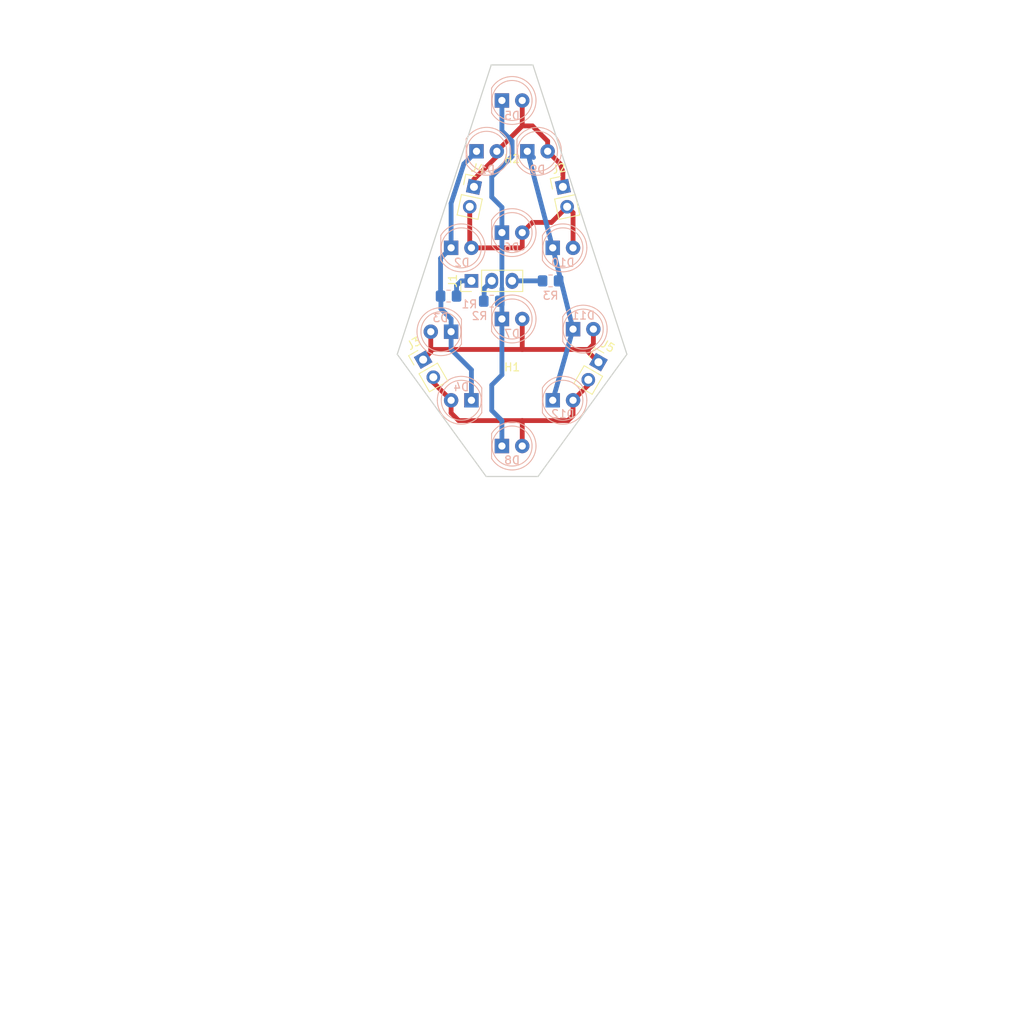
<source format=kicad_pcb>
(kicad_pcb (version 20171130) (host pcbnew "(5.1.8)-1")

  (general
    (thickness 1.6)
    (drawings 13)
    (tracks 83)
    (zones 0)
    (modules 22)
    (nets 11)
  )

  (page A4 portrait)
  (layers
    (0 F.Cu signal)
    (31 B.Cu signal)
    (32 B.Adhes user)
    (33 F.Adhes user)
    (34 B.Paste user)
    (35 F.Paste user)
    (36 B.SilkS user)
    (37 F.SilkS user)
    (38 B.Mask user)
    (39 F.Mask user)
    (40 Dwgs.User user)
    (41 Cmts.User user)
    (42 Eco1.User user)
    (43 Eco2.User user)
    (44 Edge.Cuts user)
    (45 Margin user)
    (46 B.CrtYd user)
    (47 F.CrtYd user)
    (48 B.Fab user)
    (49 F.Fab user)
  )

  (setup
    (last_trace_width 0.6)
    (user_trace_width 0.5)
    (user_trace_width 0.6)
    (trace_clearance 0.2)
    (zone_clearance 0.508)
    (zone_45_only no)
    (trace_min 0.2)
    (via_size 0.8)
    (via_drill 0.4)
    (via_min_size 0.4)
    (via_min_drill 0.3)
    (uvia_size 0.3)
    (uvia_drill 0.1)
    (uvias_allowed no)
    (uvia_min_size 0.2)
    (uvia_min_drill 0.1)
    (edge_width 0.05)
    (segment_width 0.2)
    (pcb_text_width 0.3)
    (pcb_text_size 1.5 1.5)
    (mod_edge_width 0.12)
    (mod_text_size 1 1)
    (mod_text_width 0.15)
    (pad_size 2 1.6)
    (pad_drill 1)
    (pad_to_mask_clearance 0)
    (aux_axis_origin 0 0)
    (visible_elements 7FFFFFFF)
    (pcbplotparams
      (layerselection 0x010fc_ffffffff)
      (usegerberextensions false)
      (usegerberattributes true)
      (usegerberadvancedattributes true)
      (creategerberjobfile true)
      (excludeedgelayer true)
      (linewidth 0.100000)
      (plotframeref false)
      (viasonmask false)
      (mode 1)
      (useauxorigin false)
      (hpglpennumber 1)
      (hpglpenspeed 20)
      (hpglpendiameter 15.000000)
      (psnegative false)
      (psa4output false)
      (plotreference true)
      (plotvalue true)
      (plotinvisibletext false)
      (padsonsilk false)
      (subtractmaskfromsilk false)
      (outputformat 1)
      (mirror false)
      (drillshape 1)
      (scaleselection 1)
      (outputdirectory ""))
  )

  (net 0 "")
  (net 1 "Net-(D1-Pad1)")
  (net 2 "Net-(D1-Pad2)")
  (net 3 "Net-(D5-Pad1)")
  (net 4 "Net-(D10-Pad2)")
  (net 5 "Net-(D10-Pad1)")
  (net 6 "Net-(D11-Pad2)")
  (net 7 "Net-(D12-Pad2)")
  (net 8 "Net-(J1-Pad3)")
  (net 9 "Net-(J1-Pad2)")
  (net 10 "Net-(J1-Pad1)")

  (net_class Default "This is the default net class."
    (clearance 0.2)
    (trace_width 0.25)
    (via_dia 0.8)
    (via_drill 0.4)
    (uvia_dia 0.3)
    (uvia_drill 0.1)
    (add_net "Net-(D1-Pad1)")
    (add_net "Net-(D1-Pad2)")
    (add_net "Net-(D10-Pad1)")
    (add_net "Net-(D10-Pad2)")
    (add_net "Net-(D11-Pad2)")
    (add_net "Net-(D12-Pad2)")
    (add_net "Net-(D5-Pad1)")
    (add_net "Net-(J1-Pad1)")
    (add_net "Net-(J1-Pad2)")
    (add_net "Net-(J1-Pad3)")
  )

  (module Connector_PinHeader_2.54mm:PinHeader_1x02_P2.54mm_Vertical (layer F.Cu) (tedit 59FED5CC) (tstamp 5FE0F120)
    (at 112.395 82.8675 330)
    (descr "Through hole straight pin header, 1x02, 2.54mm pitch, single row")
    (tags "Through hole pin header THT 1x02 2.54mm single row")
    (path /5FE24B81)
    (fp_text reference J5 (at 0 -2.33 150) (layer F.SilkS)
      (effects (font (size 1 1) (thickness 0.15)))
    )
    (fp_text value Conn_01x02_Male (at 0 4.87 150) (layer F.Fab)
      (effects (font (size 1 1) (thickness 0.15)))
    )
    (fp_text user %R (at 0 1.27 60) (layer F.Fab)
      (effects (font (size 1 1) (thickness 0.15)))
    )
    (fp_line (start -0.635 -1.27) (end 1.27 -1.27) (layer F.Fab) (width 0.1))
    (fp_line (start 1.27 -1.27) (end 1.27 3.81) (layer F.Fab) (width 0.1))
    (fp_line (start 1.27 3.81) (end -1.27 3.81) (layer F.Fab) (width 0.1))
    (fp_line (start -1.27 3.81) (end -1.27 -0.635) (layer F.Fab) (width 0.1))
    (fp_line (start -1.27 -0.635) (end -0.635 -1.27) (layer F.Fab) (width 0.1))
    (fp_line (start -1.33 3.87) (end 1.33 3.87) (layer F.SilkS) (width 0.12))
    (fp_line (start -1.33 1.27) (end -1.33 3.87) (layer F.SilkS) (width 0.12))
    (fp_line (start 1.33 1.27) (end 1.33 3.87) (layer F.SilkS) (width 0.12))
    (fp_line (start -1.33 1.27) (end 1.33 1.27) (layer F.SilkS) (width 0.12))
    (fp_line (start -1.33 0) (end -1.33 -1.33) (layer F.SilkS) (width 0.12))
    (fp_line (start -1.33 -1.33) (end 0 -1.33) (layer F.SilkS) (width 0.12))
    (fp_line (start -1.8 -1.8) (end -1.8 4.35) (layer F.CrtYd) (width 0.05))
    (fp_line (start -1.8 4.35) (end 1.8 4.35) (layer F.CrtYd) (width 0.05))
    (fp_line (start 1.8 4.35) (end 1.8 -1.8) (layer F.CrtYd) (width 0.05))
    (fp_line (start 1.8 -1.8) (end -1.8 -1.8) (layer F.CrtYd) (width 0.05))
    (pad 2 thru_hole oval (at 0 2.54 330) (size 1.7 1.7) (drill 1) (layers *.Cu *.Mask)
      (net 7 "Net-(D12-Pad2)"))
    (pad 1 thru_hole rect (at 0 0 330) (size 1.7 1.7) (drill 1) (layers *.Cu *.Mask)
      (net 6 "Net-(D11-Pad2)"))
    (model ${KISYS3DMOD}/Connector_PinHeader_2.54mm.3dshapes/PinHeader_1x02_P2.54mm_Vertical.wrl
      (at (xyz 0 0 0))
      (scale (xyz 1 1 1))
      (rotate (xyz 0 0 0))
    )
  )

  (module Connector_PinHeader_2.54mm:PinHeader_1x02_P2.54mm_Vertical (layer F.Cu) (tedit 59FED5CC) (tstamp 5FE0F10A)
    (at 96.8375 60.96 348)
    (descr "Through hole straight pin header, 1x02, 2.54mm pitch, single row")
    (tags "Through hole pin header THT 1x02 2.54mm single row")
    (path /5FE24224)
    (fp_text reference J4 (at 0 -2.33 168) (layer F.SilkS)
      (effects (font (size 1 1) (thickness 0.15)))
    )
    (fp_text value Conn_01x02_Male (at 0 4.87 168) (layer F.Fab)
      (effects (font (size 1 1) (thickness 0.15)))
    )
    (fp_text user %R (at 0 1.27 78) (layer F.Fab)
      (effects (font (size 1 1) (thickness 0.15)))
    )
    (fp_line (start -0.635 -1.27) (end 1.27 -1.27) (layer F.Fab) (width 0.1))
    (fp_line (start 1.27 -1.27) (end 1.27 3.81) (layer F.Fab) (width 0.1))
    (fp_line (start 1.27 3.81) (end -1.27 3.81) (layer F.Fab) (width 0.1))
    (fp_line (start -1.27 3.81) (end -1.27 -0.635) (layer F.Fab) (width 0.1))
    (fp_line (start -1.27 -0.635) (end -0.635 -1.27) (layer F.Fab) (width 0.1))
    (fp_line (start -1.33 3.87) (end 1.33 3.87) (layer F.SilkS) (width 0.12))
    (fp_line (start -1.33 1.27) (end -1.33 3.87) (layer F.SilkS) (width 0.12))
    (fp_line (start 1.33 1.27) (end 1.33 3.87) (layer F.SilkS) (width 0.12))
    (fp_line (start -1.33 1.27) (end 1.33 1.27) (layer F.SilkS) (width 0.12))
    (fp_line (start -1.33 0) (end -1.33 -1.33) (layer F.SilkS) (width 0.12))
    (fp_line (start -1.33 -1.33) (end 0 -1.33) (layer F.SilkS) (width 0.12))
    (fp_line (start -1.8 -1.8) (end -1.8 4.35) (layer F.CrtYd) (width 0.05))
    (fp_line (start -1.8 4.35) (end 1.8 4.35) (layer F.CrtYd) (width 0.05))
    (fp_line (start 1.8 4.35) (end 1.8 -1.8) (layer F.CrtYd) (width 0.05))
    (fp_line (start 1.8 -1.8) (end -1.8 -1.8) (layer F.CrtYd) (width 0.05))
    (pad 2 thru_hole oval (at 0 2.54 348) (size 1.7 1.7) (drill 1) (layers *.Cu *.Mask)
      (net 4 "Net-(D10-Pad2)"))
    (pad 1 thru_hole rect (at 0 0 348) (size 1.7 1.7) (drill 1) (layers *.Cu *.Mask)
      (net 2 "Net-(D1-Pad2)"))
    (model ${KISYS3DMOD}/Connector_PinHeader_2.54mm.3dshapes/PinHeader_1x02_P2.54mm_Vertical.wrl
      (at (xyz 0 0 0))
      (scale (xyz 1 1 1))
      (rotate (xyz 0 0 0))
    )
  )

  (module Connector_PinHeader_2.54mm:PinHeader_1x02_P2.54mm_Vertical (layer F.Cu) (tedit 59FED5CC) (tstamp 5FE0F0F4)
    (at 90.4875 82.55 30)
    (descr "Through hole straight pin header, 1x02, 2.54mm pitch, single row")
    (tags "Through hole pin header THT 1x02 2.54mm single row")
    (path /5FE2470A)
    (fp_text reference J3 (at 0 -2.33 30) (layer F.SilkS)
      (effects (font (size 1 1) (thickness 0.15)))
    )
    (fp_text value Conn_01x02_Male (at 0 4.87 30) (layer F.Fab)
      (effects (font (size 1 1) (thickness 0.15)))
    )
    (fp_text user %R (at 0 1.27 120) (layer F.Fab)
      (effects (font (size 1 1) (thickness 0.15)))
    )
    (fp_line (start -0.635 -1.27) (end 1.27 -1.27) (layer F.Fab) (width 0.1))
    (fp_line (start 1.27 -1.27) (end 1.27 3.81) (layer F.Fab) (width 0.1))
    (fp_line (start 1.27 3.81) (end -1.27 3.81) (layer F.Fab) (width 0.1))
    (fp_line (start -1.27 3.81) (end -1.27 -0.635) (layer F.Fab) (width 0.1))
    (fp_line (start -1.27 -0.635) (end -0.635 -1.27) (layer F.Fab) (width 0.1))
    (fp_line (start -1.33 3.87) (end 1.33 3.87) (layer F.SilkS) (width 0.12))
    (fp_line (start -1.33 1.27) (end -1.33 3.87) (layer F.SilkS) (width 0.12))
    (fp_line (start 1.33 1.27) (end 1.33 3.87) (layer F.SilkS) (width 0.12))
    (fp_line (start -1.33 1.27) (end 1.33 1.27) (layer F.SilkS) (width 0.12))
    (fp_line (start -1.33 0) (end -1.33 -1.33) (layer F.SilkS) (width 0.12))
    (fp_line (start -1.33 -1.33) (end 0 -1.33) (layer F.SilkS) (width 0.12))
    (fp_line (start -1.8 -1.8) (end -1.8 4.35) (layer F.CrtYd) (width 0.05))
    (fp_line (start -1.8 4.35) (end 1.8 4.35) (layer F.CrtYd) (width 0.05))
    (fp_line (start 1.8 4.35) (end 1.8 -1.8) (layer F.CrtYd) (width 0.05))
    (fp_line (start 1.8 -1.8) (end -1.8 -1.8) (layer F.CrtYd) (width 0.05))
    (pad 2 thru_hole oval (at 0 2.54 30) (size 1.7 1.7) (drill 1) (layers *.Cu *.Mask)
      (net 7 "Net-(D12-Pad2)"))
    (pad 1 thru_hole rect (at 0 0 30) (size 1.7 1.7) (drill 1) (layers *.Cu *.Mask)
      (net 6 "Net-(D11-Pad2)"))
    (model ${KISYS3DMOD}/Connector_PinHeader_2.54mm.3dshapes/PinHeader_1x02_P2.54mm_Vertical.wrl
      (at (xyz 0 0 0))
      (scale (xyz 1 1 1))
      (rotate (xyz 0 0 0))
    )
  )

  (module Connector_PinHeader_2.54mm:PinHeader_1x02_P2.54mm_Vertical (layer F.Cu) (tedit 59FED5CC) (tstamp 5FE0F0DE)
    (at 107.95 60.96 12)
    (descr "Through hole straight pin header, 1x02, 2.54mm pitch, single row")
    (tags "Through hole pin header THT 1x02 2.54mm single row")
    (path /5FE238EC)
    (fp_text reference J2 (at 0 -2.33 12) (layer F.SilkS)
      (effects (font (size 1 1) (thickness 0.15)))
    )
    (fp_text value Conn_01x02_Male (at 0 4.87 12) (layer F.Fab)
      (effects (font (size 1 1) (thickness 0.15)))
    )
    (fp_text user %R (at 0 1.27 102) (layer F.Fab)
      (effects (font (size 1 1) (thickness 0.15)))
    )
    (fp_line (start -0.635 -1.27) (end 1.27 -1.27) (layer F.Fab) (width 0.1))
    (fp_line (start 1.27 -1.27) (end 1.27 3.81) (layer F.Fab) (width 0.1))
    (fp_line (start 1.27 3.81) (end -1.27 3.81) (layer F.Fab) (width 0.1))
    (fp_line (start -1.27 3.81) (end -1.27 -0.635) (layer F.Fab) (width 0.1))
    (fp_line (start -1.27 -0.635) (end -0.635 -1.27) (layer F.Fab) (width 0.1))
    (fp_line (start -1.33 3.87) (end 1.33 3.87) (layer F.SilkS) (width 0.12))
    (fp_line (start -1.33 1.27) (end -1.33 3.87) (layer F.SilkS) (width 0.12))
    (fp_line (start 1.33 1.27) (end 1.33 3.87) (layer F.SilkS) (width 0.12))
    (fp_line (start -1.33 1.27) (end 1.33 1.27) (layer F.SilkS) (width 0.12))
    (fp_line (start -1.33 0) (end -1.33 -1.33) (layer F.SilkS) (width 0.12))
    (fp_line (start -1.33 -1.33) (end 0 -1.33) (layer F.SilkS) (width 0.12))
    (fp_line (start -1.8 -1.8) (end -1.8 4.35) (layer F.CrtYd) (width 0.05))
    (fp_line (start -1.8 4.35) (end 1.8 4.35) (layer F.CrtYd) (width 0.05))
    (fp_line (start 1.8 4.35) (end 1.8 -1.8) (layer F.CrtYd) (width 0.05))
    (fp_line (start 1.8 -1.8) (end -1.8 -1.8) (layer F.CrtYd) (width 0.05))
    (pad 2 thru_hole oval (at 0 2.54 12) (size 1.7 1.7) (drill 1) (layers *.Cu *.Mask)
      (net 4 "Net-(D10-Pad2)"))
    (pad 1 thru_hole rect (at 0 0 12) (size 1.7 1.7) (drill 1) (layers *.Cu *.Mask)
      (net 2 "Net-(D1-Pad2)"))
    (model ${KISYS3DMOD}/Connector_PinHeader_2.54mm.3dshapes/PinHeader_1x02_P2.54mm_Vertical.wrl
      (at (xyz 0 0 0))
      (scale (xyz 1 1 1))
      (rotate (xyz 0 0 0))
    )
  )

  (module Resistor_SMD:R_0805_2012Metric_Pad1.20x1.40mm_HandSolder (layer B.Cu) (tedit 5F68FEEE) (tstamp 5FE0EB3E)
    (at 106.41 72.7075 180)
    (descr "Resistor SMD 0805 (2012 Metric), square (rectangular) end terminal, IPC_7351 nominal with elongated pad for handsoldering. (Body size source: IPC-SM-782 page 72, https://www.pcb-3d.com/wordpress/wp-content/uploads/ipc-sm-782a_amendment_1_and_2.pdf), generated with kicad-footprint-generator")
    (tags "resistor handsolder")
    (path /5FE1D08B)
    (attr smd)
    (fp_text reference R3 (at 0 -1.8415) (layer B.SilkS)
      (effects (font (size 1 1) (thickness 0.15)) (justify mirror))
    )
    (fp_text value 510 (at 0 -1.65) (layer B.Fab)
      (effects (font (size 1 1) (thickness 0.15)) (justify mirror))
    )
    (fp_line (start 1.85 -0.95) (end -1.85 -0.95) (layer B.CrtYd) (width 0.05))
    (fp_line (start 1.85 0.95) (end 1.85 -0.95) (layer B.CrtYd) (width 0.05))
    (fp_line (start -1.85 0.95) (end 1.85 0.95) (layer B.CrtYd) (width 0.05))
    (fp_line (start -1.85 -0.95) (end -1.85 0.95) (layer B.CrtYd) (width 0.05))
    (fp_line (start -0.227064 -0.735) (end 0.227064 -0.735) (layer B.SilkS) (width 0.12))
    (fp_line (start -0.227064 0.735) (end 0.227064 0.735) (layer B.SilkS) (width 0.12))
    (fp_line (start 1 -0.625) (end -1 -0.625) (layer B.Fab) (width 0.1))
    (fp_line (start 1 0.625) (end 1 -0.625) (layer B.Fab) (width 0.1))
    (fp_line (start -1 0.625) (end 1 0.625) (layer B.Fab) (width 0.1))
    (fp_line (start -1 -0.625) (end -1 0.625) (layer B.Fab) (width 0.1))
    (fp_text user %R (at 0 0) (layer B.Fab)
      (effects (font (size 0.5 0.5) (thickness 0.08)) (justify mirror))
    )
    (pad 2 smd roundrect (at 1 0 180) (size 1.2 1.4) (layers B.Cu B.Paste B.Mask) (roundrect_rratio 0.208333)
      (net 8 "Net-(J1-Pad3)"))
    (pad 1 smd roundrect (at -1 0 180) (size 1.2 1.4) (layers B.Cu B.Paste B.Mask) (roundrect_rratio 0.208333)
      (net 5 "Net-(D10-Pad1)"))
    (model ${KISYS3DMOD}/Resistor_SMD.3dshapes/R_0805_2012Metric.wrl
      (at (xyz 0 0 0))
      (scale (xyz 1 1 1))
      (rotate (xyz 0 0 0))
    )
  )

  (module Resistor_SMD:R_0805_2012Metric_Pad1.20x1.40mm_HandSolder (layer B.Cu) (tedit 5F68FEEE) (tstamp 5FE0EB2D)
    (at 99.06 75.2475 180)
    (descr "Resistor SMD 0805 (2012 Metric), square (rectangular) end terminal, IPC_7351 nominal with elongated pad for handsoldering. (Body size source: IPC-SM-782 page 72, https://www.pcb-3d.com/wordpress/wp-content/uploads/ipc-sm-782a_amendment_1_and_2.pdf), generated with kicad-footprint-generator")
    (tags "resistor handsolder")
    (path /5FE1DE75)
    (attr smd)
    (fp_text reference R2 (at 1.524 -1.8415) (layer B.SilkS)
      (effects (font (size 1 1) (thickness 0.15)) (justify mirror))
    )
    (fp_text value 510 (at 0 -1.65) (layer B.Fab)
      (effects (font (size 1 1) (thickness 0.15)) (justify mirror))
    )
    (fp_line (start 1.85 -0.95) (end -1.85 -0.95) (layer B.CrtYd) (width 0.05))
    (fp_line (start 1.85 0.95) (end 1.85 -0.95) (layer B.CrtYd) (width 0.05))
    (fp_line (start -1.85 0.95) (end 1.85 0.95) (layer B.CrtYd) (width 0.05))
    (fp_line (start -1.85 -0.95) (end -1.85 0.95) (layer B.CrtYd) (width 0.05))
    (fp_line (start -0.227064 -0.735) (end 0.227064 -0.735) (layer B.SilkS) (width 0.12))
    (fp_line (start -0.227064 0.735) (end 0.227064 0.735) (layer B.SilkS) (width 0.12))
    (fp_line (start 1 -0.625) (end -1 -0.625) (layer B.Fab) (width 0.1))
    (fp_line (start 1 0.625) (end 1 -0.625) (layer B.Fab) (width 0.1))
    (fp_line (start -1 0.625) (end 1 0.625) (layer B.Fab) (width 0.1))
    (fp_line (start -1 -0.625) (end -1 0.625) (layer B.Fab) (width 0.1))
    (fp_text user %R (at 0 0) (layer B.Fab)
      (effects (font (size 0.5 0.5) (thickness 0.08)) (justify mirror))
    )
    (pad 2 smd roundrect (at 1 0 180) (size 1.2 1.4) (layers B.Cu B.Paste B.Mask) (roundrect_rratio 0.208333)
      (net 9 "Net-(J1-Pad2)"))
    (pad 1 smd roundrect (at -1 0 180) (size 1.2 1.4) (layers B.Cu B.Paste B.Mask) (roundrect_rratio 0.208333)
      (net 3 "Net-(D5-Pad1)"))
    (model ${KISYS3DMOD}/Resistor_SMD.3dshapes/R_0805_2012Metric.wrl
      (at (xyz 0 0 0))
      (scale (xyz 1 1 1))
      (rotate (xyz 0 0 0))
    )
  )

  (module Resistor_SMD:R_0805_2012Metric_Pad1.20x1.40mm_HandSolder (layer B.Cu) (tedit 5F68FEEE) (tstamp 5FE0EB1C)
    (at 93.6625 74.6125)
    (descr "Resistor SMD 0805 (2012 Metric), square (rectangular) end terminal, IPC_7351 nominal with elongated pad for handsoldering. (Body size source: IPC-SM-782 page 72, https://www.pcb-3d.com/wordpress/wp-content/uploads/ipc-sm-782a_amendment_1_and_2.pdf), generated with kicad-footprint-generator")
    (tags "resistor handsolder")
    (path /5FE1D8DA)
    (attr smd)
    (fp_text reference R1 (at 2.6035 1.016) (layer B.SilkS)
      (effects (font (size 1 1) (thickness 0.15)) (justify mirror))
    )
    (fp_text value 510 (at 0 -1.65) (layer B.Fab)
      (effects (font (size 1 1) (thickness 0.15)) (justify mirror))
    )
    (fp_line (start 1.85 -0.95) (end -1.85 -0.95) (layer B.CrtYd) (width 0.05))
    (fp_line (start 1.85 0.95) (end 1.85 -0.95) (layer B.CrtYd) (width 0.05))
    (fp_line (start -1.85 0.95) (end 1.85 0.95) (layer B.CrtYd) (width 0.05))
    (fp_line (start -1.85 -0.95) (end -1.85 0.95) (layer B.CrtYd) (width 0.05))
    (fp_line (start -0.227064 -0.735) (end 0.227064 -0.735) (layer B.SilkS) (width 0.12))
    (fp_line (start -0.227064 0.735) (end 0.227064 0.735) (layer B.SilkS) (width 0.12))
    (fp_line (start 1 -0.625) (end -1 -0.625) (layer B.Fab) (width 0.1))
    (fp_line (start 1 0.625) (end 1 -0.625) (layer B.Fab) (width 0.1))
    (fp_line (start -1 0.625) (end 1 0.625) (layer B.Fab) (width 0.1))
    (fp_line (start -1 -0.625) (end -1 0.625) (layer B.Fab) (width 0.1))
    (fp_text user %R (at 0 0) (layer B.Fab)
      (effects (font (size 0.5 0.5) (thickness 0.08)) (justify mirror))
    )
    (pad 2 smd roundrect (at 1 0) (size 1.2 1.4) (layers B.Cu B.Paste B.Mask) (roundrect_rratio 0.208333)
      (net 10 "Net-(J1-Pad1)"))
    (pad 1 smd roundrect (at -1 0) (size 1.2 1.4) (layers B.Cu B.Paste B.Mask) (roundrect_rratio 0.208333)
      (net 1 "Net-(D1-Pad1)"))
    (model ${KISYS3DMOD}/Resistor_SMD.3dshapes/R_0805_2012Metric.wrl
      (at (xyz 0 0 0))
      (scale (xyz 1 1 1))
      (rotate (xyz 0 0 0))
    )
  )

  (module Connector_PinHeader_2.54mm:PinHeader_1x03_P2.54mm_Vertical (layer F.Cu) (tedit 5FE0EA56) (tstamp 5FE0EAF3)
    (at 96.52 72.7075 90)
    (descr "Through hole straight pin header, 1x03, 2.54mm pitch, single row")
    (tags "Through hole pin header THT 1x03 2.54mm single row")
    (path /5FE100F1)
    (fp_text reference J1 (at 0 -2.33 90) (layer F.SilkS)
      (effects (font (size 1 1) (thickness 0.15)))
    )
    (fp_text value Conn_01x03_Male (at 0 7.41 90) (layer F.Fab)
      (effects (font (size 1 1) (thickness 0.15)))
    )
    (fp_line (start 1.8 -1.8) (end -1.8 -1.8) (layer F.CrtYd) (width 0.05))
    (fp_line (start 1.8 6.85) (end 1.8 -1.8) (layer F.CrtYd) (width 0.05))
    (fp_line (start -1.8 6.85) (end 1.8 6.85) (layer F.CrtYd) (width 0.05))
    (fp_line (start -1.8 -1.8) (end -1.8 6.85) (layer F.CrtYd) (width 0.05))
    (fp_line (start -1.33 -1.33) (end 0 -1.33) (layer F.SilkS) (width 0.12))
    (fp_line (start -1.33 0) (end -1.33 -1.33) (layer F.SilkS) (width 0.12))
    (fp_line (start -1.33 1.27) (end 1.33 1.27) (layer F.SilkS) (width 0.12))
    (fp_line (start 1.33 1.27) (end 1.33 6.41) (layer F.SilkS) (width 0.12))
    (fp_line (start -1.33 1.27) (end -1.33 6.41) (layer F.SilkS) (width 0.12))
    (fp_line (start -1.33 6.41) (end 1.33 6.41) (layer F.SilkS) (width 0.12))
    (fp_line (start -1.27 -0.635) (end -0.635 -1.27) (layer F.Fab) (width 0.1))
    (fp_line (start -1.27 6.35) (end -1.27 -0.635) (layer F.Fab) (width 0.1))
    (fp_line (start 1.27 6.35) (end -1.27 6.35) (layer F.Fab) (width 0.1))
    (fp_line (start 1.27 -1.27) (end 1.27 6.35) (layer F.Fab) (width 0.1))
    (fp_line (start -0.635 -1.27) (end 1.27 -1.27) (layer F.Fab) (width 0.1))
    (fp_text user %R (at 0 2.54) (layer F.Fab)
      (effects (font (size 1 1) (thickness 0.15)))
    )
    (pad 3 thru_hole oval (at 0 5.08 90) (size 2 1.6) (drill 1) (layers *.Cu *.Mask)
      (net 8 "Net-(J1-Pad3)"))
    (pad 2 thru_hole oval (at 0 2.54 90) (size 2 1.6) (drill 1) (layers *.Cu *.Mask)
      (net 9 "Net-(J1-Pad2)"))
    (pad 1 thru_hole rect (at 0 0 90) (size 1.7 1.7) (drill 1) (layers *.Cu *.Mask)
      (net 10 "Net-(J1-Pad1)"))
    (model ${KISYS3DMOD}/Connector_PinHeader_2.54mm.3dshapes/PinHeader_1x03_P2.54mm_Vertical.wrl
      (at (xyz 0 0 0))
      (scale (xyz 1 1 1))
      (rotate (xyz 0 0 0))
    )
  )

  (module MountingHole:MountingHole_2.5mm (layer F.Cu) (tedit 56D1B4CB) (tstamp 5FDFCDFF)
    (at 101.6 60.96)
    (descr "Mounting Hole 2.5mm, no annular")
    (tags "mounting hole 2.5mm no annular")
    (path /5FDFD834)
    (attr virtual)
    (fp_text reference H2 (at 0 -3.5) (layer F.SilkS)
      (effects (font (size 1 1) (thickness 0.15)))
    )
    (fp_text value MountingHole (at 0 3.5) (layer F.Fab)
      (effects (font (size 1 1) (thickness 0.15)))
    )
    (fp_circle (center 0 0) (end 2.5 0) (layer Cmts.User) (width 0.15))
    (fp_circle (center 0 0) (end 2.75 0) (layer F.CrtYd) (width 0.05))
    (fp_text user %R (at 0.3 0) (layer F.Fab)
      (effects (font (size 1 1) (thickness 0.15)))
    )
    (pad 1 np_thru_hole circle (at 0 0) (size 2.5 2.5) (drill 2.5) (layers *.Cu *.Mask))
  )

  (module MountingHole:MountingHole_2.5mm (layer F.Cu) (tedit 56D1B4CB) (tstamp 5FDFCDF7)
    (at 101.6 86.995)
    (descr "Mounting Hole 2.5mm, no annular")
    (tags "mounting hole 2.5mm no annular")
    (path /5FDFCD71)
    (attr virtual)
    (fp_text reference H1 (at 0 -3.5) (layer F.SilkS)
      (effects (font (size 1 1) (thickness 0.15)))
    )
    (fp_text value MountingHole (at 0 3.5) (layer F.Fab)
      (effects (font (size 1 1) (thickness 0.15)))
    )
    (fp_circle (center 0 0) (end 2.5 0) (layer Cmts.User) (width 0.15))
    (fp_circle (center 0 0) (end 2.75 0) (layer F.CrtYd) (width 0.05))
    (fp_text user %R (at 0.3 0) (layer F.Fab)
      (effects (font (size 1 1) (thickness 0.15)))
    )
    (pad 1 np_thru_hole circle (at 0 0) (size 2.5 2.5) (drill 2.5) (layers *.Cu *.Mask))
  )

  (module LED_THT:LED_D5.0mm (layer B.Cu) (tedit 5995936A) (tstamp 5FDFB816)
    (at 97.155 56.515)
    (descr "LED, diameter 5.0mm, 2 pins, http://cdn-reichelt.de/documents/datenblatt/A500/LL-504BC2E-009.pdf")
    (tags "LED diameter 5.0mm 2 pins")
    (path /5FDF555C)
    (fp_text reference D1 (at 1.3335 2.286) (layer B.SilkS)
      (effects (font (size 1 1) (thickness 0.15)) (justify mirror))
    )
    (fp_text value LED (at 1.27 -3.96) (layer B.Fab)
      (effects (font (size 1 1) (thickness 0.15)) (justify mirror))
    )
    (fp_line (start 4.5 3.25) (end -1.95 3.25) (layer B.CrtYd) (width 0.05))
    (fp_line (start 4.5 -3.25) (end 4.5 3.25) (layer B.CrtYd) (width 0.05))
    (fp_line (start -1.95 -3.25) (end 4.5 -3.25) (layer B.CrtYd) (width 0.05))
    (fp_line (start -1.95 3.25) (end -1.95 -3.25) (layer B.CrtYd) (width 0.05))
    (fp_line (start -1.29 1.545) (end -1.29 -1.545) (layer B.SilkS) (width 0.12))
    (fp_line (start -1.23 1.469694) (end -1.23 -1.469694) (layer B.Fab) (width 0.1))
    (fp_circle (center 1.27 0) (end 3.77 0) (layer B.SilkS) (width 0.12))
    (fp_circle (center 1.27 0) (end 3.77 0) (layer B.Fab) (width 0.1))
    (fp_arc (start 1.27 0) (end -1.23 1.469694) (angle -299.1) (layer B.Fab) (width 0.1))
    (fp_arc (start 1.27 0) (end -1.29 1.54483) (angle -148.9) (layer B.SilkS) (width 0.12))
    (fp_arc (start 1.27 0) (end -1.29 -1.54483) (angle 148.9) (layer B.SilkS) (width 0.12))
    (fp_text user %R (at 1.25 0) (layer B.Fab)
      (effects (font (size 0.8 0.8) (thickness 0.2)) (justify mirror))
    )
    (pad 1 thru_hole rect (at 0 0) (size 1.8 1.8) (drill 0.9) (layers *.Cu *.Mask)
      (net 1 "Net-(D1-Pad1)"))
    (pad 2 thru_hole circle (at 2.54 0) (size 1.8 1.8) (drill 0.9) (layers *.Cu *.Mask)
      (net 2 "Net-(D1-Pad2)"))
    (model ${KISYS3DMOD}/LED_THT.3dshapes/LED_D5.0mm.wrl
      (at (xyz 0 0 0))
      (scale (xyz 1 1 1))
      (rotate (xyz 0 0 0))
    )
  )

  (module LED_THT:LED_D5.0mm (layer B.Cu) (tedit 5995936A) (tstamp 5FDFB828)
    (at 93.98 68.58)
    (descr "LED, diameter 5.0mm, 2 pins, http://cdn-reichelt.de/documents/datenblatt/A500/LL-504BC2E-009.pdf")
    (tags "LED diameter 5.0mm 2 pins")
    (path /5FDF87DC)
    (fp_text reference D2 (at 1.3335 1.8415) (layer B.SilkS)
      (effects (font (size 1 1) (thickness 0.15)) (justify mirror))
    )
    (fp_text value LED (at 1.27 -3.96) (layer B.Fab)
      (effects (font (size 1 1) (thickness 0.15)) (justify mirror))
    )
    (fp_circle (center 1.27 0) (end 3.77 0) (layer B.Fab) (width 0.1))
    (fp_circle (center 1.27 0) (end 3.77 0) (layer B.SilkS) (width 0.12))
    (fp_line (start -1.23 1.469694) (end -1.23 -1.469694) (layer B.Fab) (width 0.1))
    (fp_line (start -1.29 1.545) (end -1.29 -1.545) (layer B.SilkS) (width 0.12))
    (fp_line (start -1.95 3.25) (end -1.95 -3.25) (layer B.CrtYd) (width 0.05))
    (fp_line (start -1.95 -3.25) (end 4.5 -3.25) (layer B.CrtYd) (width 0.05))
    (fp_line (start 4.5 -3.25) (end 4.5 3.25) (layer B.CrtYd) (width 0.05))
    (fp_line (start 4.5 3.25) (end -1.95 3.25) (layer B.CrtYd) (width 0.05))
    (fp_text user %R (at 1.25 0) (layer B.Fab)
      (effects (font (size 0.8 0.8) (thickness 0.2)) (justify mirror))
    )
    (fp_arc (start 1.27 0) (end -1.29 -1.54483) (angle 148.9) (layer B.SilkS) (width 0.12))
    (fp_arc (start 1.27 0) (end -1.29 1.54483) (angle -148.9) (layer B.SilkS) (width 0.12))
    (fp_arc (start 1.27 0) (end -1.23 1.469694) (angle -299.1) (layer B.Fab) (width 0.1))
    (pad 2 thru_hole circle (at 2.54 0) (size 1.8 1.8) (drill 0.9) (layers *.Cu *.Mask)
      (net 4 "Net-(D10-Pad2)"))
    (pad 1 thru_hole rect (at 0 0) (size 1.8 1.8) (drill 0.9) (layers *.Cu *.Mask)
      (net 1 "Net-(D1-Pad1)"))
    (model ${KISYS3DMOD}/LED_THT.3dshapes/LED_D5.0mm.wrl
      (at (xyz 0 0 0))
      (scale (xyz 1 1 1))
      (rotate (xyz 0 0 0))
    )
  )

  (module LED_THT:LED_D5.0mm (layer B.Cu) (tedit 5995936A) (tstamp 5FDFB83A)
    (at 93.98 79.0575 180)
    (descr "LED, diameter 5.0mm, 2 pins, http://cdn-reichelt.de/documents/datenblatt/A500/LL-504BC2E-009.pdf")
    (tags "LED diameter 5.0mm 2 pins")
    (path /5FDFAFA4)
    (fp_text reference D3 (at 1.3335 1.7145) (layer B.SilkS)
      (effects (font (size 1 1) (thickness 0.15)) (justify mirror))
    )
    (fp_text value LED (at 1.27 -3.96) (layer B.Fab)
      (effects (font (size 1 1) (thickness 0.15)) (justify mirror))
    )
    (fp_line (start 4.5 3.25) (end -1.95 3.25) (layer B.CrtYd) (width 0.05))
    (fp_line (start 4.5 -3.25) (end 4.5 3.25) (layer B.CrtYd) (width 0.05))
    (fp_line (start -1.95 -3.25) (end 4.5 -3.25) (layer B.CrtYd) (width 0.05))
    (fp_line (start -1.95 3.25) (end -1.95 -3.25) (layer B.CrtYd) (width 0.05))
    (fp_line (start -1.29 1.545) (end -1.29 -1.545) (layer B.SilkS) (width 0.12))
    (fp_line (start -1.23 1.469694) (end -1.23 -1.469694) (layer B.Fab) (width 0.1))
    (fp_circle (center 1.27 0) (end 3.77 0) (layer B.SilkS) (width 0.12))
    (fp_circle (center 1.27 0) (end 3.77 0) (layer B.Fab) (width 0.1))
    (fp_arc (start 1.27 0) (end -1.23 1.469694) (angle -299.1) (layer B.Fab) (width 0.1))
    (fp_arc (start 1.27 0) (end -1.29 1.54483) (angle -148.9) (layer B.SilkS) (width 0.12))
    (fp_arc (start 1.27 0) (end -1.29 -1.54483) (angle 148.9) (layer B.SilkS) (width 0.12))
    (fp_text user %R (at 1.25 0) (layer B.Fab)
      (effects (font (size 0.8 0.8) (thickness 0.2)) (justify mirror))
    )
    (pad 1 thru_hole rect (at 0 0 180) (size 1.8 1.8) (drill 0.9) (layers *.Cu *.Mask)
      (net 1 "Net-(D1-Pad1)"))
    (pad 2 thru_hole circle (at 2.54 0 180) (size 1.8 1.8) (drill 0.9) (layers *.Cu *.Mask)
      (net 6 "Net-(D11-Pad2)"))
    (model ${KISYS3DMOD}/LED_THT.3dshapes/LED_D5.0mm.wrl
      (at (xyz 0 0 0))
      (scale (xyz 1 1 1))
      (rotate (xyz 0 0 0))
    )
  )

  (module LED_THT:LED_D5.0mm (layer B.Cu) (tedit 5995936A) (tstamp 5FDFB84C)
    (at 96.52 87.63 180)
    (descr "LED, diameter 5.0mm, 2 pins, http://cdn-reichelt.de/documents/datenblatt/A500/LL-504BC2E-009.pdf")
    (tags "LED diameter 5.0mm 2 pins")
    (path /5FDFAFB6)
    (fp_text reference D4 (at 1.27 1.651) (layer B.SilkS)
      (effects (font (size 1 1) (thickness 0.15)) (justify mirror))
    )
    (fp_text value LED (at 1.27 -3.96) (layer B.Fab)
      (effects (font (size 1 1) (thickness 0.15)) (justify mirror))
    )
    (fp_circle (center 1.27 0) (end 3.77 0) (layer B.Fab) (width 0.1))
    (fp_circle (center 1.27 0) (end 3.77 0) (layer B.SilkS) (width 0.12))
    (fp_line (start -1.23 1.469694) (end -1.23 -1.469694) (layer B.Fab) (width 0.1))
    (fp_line (start -1.29 1.545) (end -1.29 -1.545) (layer B.SilkS) (width 0.12))
    (fp_line (start -1.95 3.25) (end -1.95 -3.25) (layer B.CrtYd) (width 0.05))
    (fp_line (start -1.95 -3.25) (end 4.5 -3.25) (layer B.CrtYd) (width 0.05))
    (fp_line (start 4.5 -3.25) (end 4.5 3.25) (layer B.CrtYd) (width 0.05))
    (fp_line (start 4.5 3.25) (end -1.95 3.25) (layer B.CrtYd) (width 0.05))
    (fp_text user %R (at 1.25 0) (layer B.Fab)
      (effects (font (size 0.8 0.8) (thickness 0.2)) (justify mirror))
    )
    (fp_arc (start 1.27 0) (end -1.29 -1.54483) (angle 148.9) (layer B.SilkS) (width 0.12))
    (fp_arc (start 1.27 0) (end -1.29 1.54483) (angle -148.9) (layer B.SilkS) (width 0.12))
    (fp_arc (start 1.27 0) (end -1.23 1.469694) (angle -299.1) (layer B.Fab) (width 0.1))
    (pad 2 thru_hole circle (at 2.54 0 180) (size 1.8 1.8) (drill 0.9) (layers *.Cu *.Mask)
      (net 7 "Net-(D12-Pad2)"))
    (pad 1 thru_hole rect (at 0 0 180) (size 1.8 1.8) (drill 0.9) (layers *.Cu *.Mask)
      (net 1 "Net-(D1-Pad1)"))
    (model ${KISYS3DMOD}/LED_THT.3dshapes/LED_D5.0mm.wrl
      (at (xyz 0 0 0))
      (scale (xyz 1 1 1))
      (rotate (xyz 0 0 0))
    )
  )

  (module LED_THT:LED_D5.0mm (layer B.Cu) (tedit 5995936A) (tstamp 5FDFB85E)
    (at 100.33 50.165)
    (descr "LED, diameter 5.0mm, 2 pins, http://cdn-reichelt.de/documents/datenblatt/A500/LL-504BC2E-009.pdf")
    (tags "LED diameter 5.0mm 2 pins")
    (path /5FDF5FFB)
    (fp_text reference D5 (at 1.27 1.905) (layer B.SilkS)
      (effects (font (size 1 1) (thickness 0.15)) (justify mirror))
    )
    (fp_text value LED (at 1.27 -3.96) (layer B.Fab)
      (effects (font (size 1 1) (thickness 0.15)) (justify mirror))
    )
    (fp_circle (center 1.27 0) (end 3.77 0) (layer B.Fab) (width 0.1))
    (fp_circle (center 1.27 0) (end 3.77 0) (layer B.SilkS) (width 0.12))
    (fp_line (start -1.23 1.469694) (end -1.23 -1.469694) (layer B.Fab) (width 0.1))
    (fp_line (start -1.29 1.545) (end -1.29 -1.545) (layer B.SilkS) (width 0.12))
    (fp_line (start -1.95 3.25) (end -1.95 -3.25) (layer B.CrtYd) (width 0.05))
    (fp_line (start -1.95 -3.25) (end 4.5 -3.25) (layer B.CrtYd) (width 0.05))
    (fp_line (start 4.5 -3.25) (end 4.5 3.25) (layer B.CrtYd) (width 0.05))
    (fp_line (start 4.5 3.25) (end -1.95 3.25) (layer B.CrtYd) (width 0.05))
    (fp_text user %R (at 1.25 0) (layer B.Fab)
      (effects (font (size 0.8 0.8) (thickness 0.2)) (justify mirror))
    )
    (fp_arc (start 1.27 0) (end -1.29 -1.54483) (angle 148.9) (layer B.SilkS) (width 0.12))
    (fp_arc (start 1.27 0) (end -1.29 1.54483) (angle -148.9) (layer B.SilkS) (width 0.12))
    (fp_arc (start 1.27 0) (end -1.23 1.469694) (angle -299.1) (layer B.Fab) (width 0.1))
    (pad 2 thru_hole circle (at 2.54 0) (size 1.8 1.8) (drill 0.9) (layers *.Cu *.Mask)
      (net 2 "Net-(D1-Pad2)"))
    (pad 1 thru_hole rect (at 0 0) (size 1.8 1.8) (drill 0.9) (layers *.Cu *.Mask)
      (net 3 "Net-(D5-Pad1)"))
    (model ${KISYS3DMOD}/LED_THT.3dshapes/LED_D5.0mm.wrl
      (at (xyz 0 0 0))
      (scale (xyz 1 1 1))
      (rotate (xyz 0 0 0))
    )
  )

  (module LED_THT:LED_D5.0mm (layer B.Cu) (tedit 5995936A) (tstamp 5FDFB870)
    (at 100.33 66.675)
    (descr "LED, diameter 5.0mm, 2 pins, http://cdn-reichelt.de/documents/datenblatt/A500/LL-504BC2E-009.pdf")
    (tags "LED diameter 5.0mm 2 pins")
    (path /5FDF87E2)
    (fp_text reference D6 (at 1.2065 1.8415) (layer B.SilkS)
      (effects (font (size 1 1) (thickness 0.15)) (justify mirror))
    )
    (fp_text value LED (at 1.27 -3.96) (layer B.Fab)
      (effects (font (size 1 1) (thickness 0.15)) (justify mirror))
    )
    (fp_line (start 4.5 3.25) (end -1.95 3.25) (layer B.CrtYd) (width 0.05))
    (fp_line (start 4.5 -3.25) (end 4.5 3.25) (layer B.CrtYd) (width 0.05))
    (fp_line (start -1.95 -3.25) (end 4.5 -3.25) (layer B.CrtYd) (width 0.05))
    (fp_line (start -1.95 3.25) (end -1.95 -3.25) (layer B.CrtYd) (width 0.05))
    (fp_line (start -1.29 1.545) (end -1.29 -1.545) (layer B.SilkS) (width 0.12))
    (fp_line (start -1.23 1.469694) (end -1.23 -1.469694) (layer B.Fab) (width 0.1))
    (fp_circle (center 1.27 0) (end 3.77 0) (layer B.SilkS) (width 0.12))
    (fp_circle (center 1.27 0) (end 3.77 0) (layer B.Fab) (width 0.1))
    (fp_arc (start 1.27 0) (end -1.23 1.469694) (angle -299.1) (layer B.Fab) (width 0.1))
    (fp_arc (start 1.27 0) (end -1.29 1.54483) (angle -148.9) (layer B.SilkS) (width 0.12))
    (fp_arc (start 1.27 0) (end -1.29 -1.54483) (angle 148.9) (layer B.SilkS) (width 0.12))
    (fp_text user %R (at 1.25 0) (layer B.Fab)
      (effects (font (size 0.8 0.8) (thickness 0.2)) (justify mirror))
    )
    (pad 1 thru_hole rect (at 0 0) (size 1.8 1.8) (drill 0.9) (layers *.Cu *.Mask)
      (net 3 "Net-(D5-Pad1)"))
    (pad 2 thru_hole circle (at 2.54 0) (size 1.8 1.8) (drill 0.9) (layers *.Cu *.Mask)
      (net 4 "Net-(D10-Pad2)"))
    (model ${KISYS3DMOD}/LED_THT.3dshapes/LED_D5.0mm.wrl
      (at (xyz 0 0 0))
      (scale (xyz 1 1 1))
      (rotate (xyz 0 0 0))
    )
  )

  (module LED_THT:LED_D5.0mm (layer B.Cu) (tedit 5995936A) (tstamp 5FDFB882)
    (at 100.33 77.47)
    (descr "LED, diameter 5.0mm, 2 pins, http://cdn-reichelt.de/documents/datenblatt/A500/LL-504BC2E-009.pdf")
    (tags "LED diameter 5.0mm 2 pins")
    (path /5FDFAFAA)
    (fp_text reference D7 (at 1.27 1.8415) (layer B.SilkS)
      (effects (font (size 1 1) (thickness 0.15)) (justify mirror))
    )
    (fp_text value LED (at 1.27 -3.96) (layer B.Fab)
      (effects (font (size 1 1) (thickness 0.15)) (justify mirror))
    )
    (fp_circle (center 1.27 0) (end 3.77 0) (layer B.Fab) (width 0.1))
    (fp_circle (center 1.27 0) (end 3.77 0) (layer B.SilkS) (width 0.12))
    (fp_line (start -1.23 1.469694) (end -1.23 -1.469694) (layer B.Fab) (width 0.1))
    (fp_line (start -1.29 1.545) (end -1.29 -1.545) (layer B.SilkS) (width 0.12))
    (fp_line (start -1.95 3.25) (end -1.95 -3.25) (layer B.CrtYd) (width 0.05))
    (fp_line (start -1.95 -3.25) (end 4.5 -3.25) (layer B.CrtYd) (width 0.05))
    (fp_line (start 4.5 -3.25) (end 4.5 3.25) (layer B.CrtYd) (width 0.05))
    (fp_line (start 4.5 3.25) (end -1.95 3.25) (layer B.CrtYd) (width 0.05))
    (fp_text user %R (at 1.25 0) (layer B.Fab)
      (effects (font (size 0.8 0.8) (thickness 0.2)) (justify mirror))
    )
    (fp_arc (start 1.27 0) (end -1.29 -1.54483) (angle 148.9) (layer B.SilkS) (width 0.12))
    (fp_arc (start 1.27 0) (end -1.29 1.54483) (angle -148.9) (layer B.SilkS) (width 0.12))
    (fp_arc (start 1.27 0) (end -1.23 1.469694) (angle -299.1) (layer B.Fab) (width 0.1))
    (pad 2 thru_hole circle (at 2.54 0) (size 1.8 1.8) (drill 0.9) (layers *.Cu *.Mask)
      (net 6 "Net-(D11-Pad2)"))
    (pad 1 thru_hole rect (at 0 0) (size 1.8 1.8) (drill 0.9) (layers *.Cu *.Mask)
      (net 3 "Net-(D5-Pad1)"))
    (model ${KISYS3DMOD}/LED_THT.3dshapes/LED_D5.0mm.wrl
      (at (xyz 0 0 0))
      (scale (xyz 1 1 1))
      (rotate (xyz 0 0 0))
    )
  )

  (module LED_THT:LED_D5.0mm (layer B.Cu) (tedit 5995936A) (tstamp 5FDFB894)
    (at 100.33 93.345)
    (descr "LED, diameter 5.0mm, 2 pins, http://cdn-reichelt.de/documents/datenblatt/A500/LL-504BC2E-009.pdf")
    (tags "LED diameter 5.0mm 2 pins")
    (path /5FDFAFBC)
    (fp_text reference D8 (at 1.27 1.778) (layer B.SilkS)
      (effects (font (size 1 1) (thickness 0.15)) (justify mirror))
    )
    (fp_text value LED (at 1.27 -3.96) (layer B.Fab)
      (effects (font (size 1 1) (thickness 0.15)) (justify mirror))
    )
    (fp_line (start 4.5 3.25) (end -1.95 3.25) (layer B.CrtYd) (width 0.05))
    (fp_line (start 4.5 -3.25) (end 4.5 3.25) (layer B.CrtYd) (width 0.05))
    (fp_line (start -1.95 -3.25) (end 4.5 -3.25) (layer B.CrtYd) (width 0.05))
    (fp_line (start -1.95 3.25) (end -1.95 -3.25) (layer B.CrtYd) (width 0.05))
    (fp_line (start -1.29 1.545) (end -1.29 -1.545) (layer B.SilkS) (width 0.12))
    (fp_line (start -1.23 1.469694) (end -1.23 -1.469694) (layer B.Fab) (width 0.1))
    (fp_circle (center 1.27 0) (end 3.77 0) (layer B.SilkS) (width 0.12))
    (fp_circle (center 1.27 0) (end 3.77 0) (layer B.Fab) (width 0.1))
    (fp_arc (start 1.27 0) (end -1.23 1.469694) (angle -299.1) (layer B.Fab) (width 0.1))
    (fp_arc (start 1.27 0) (end -1.29 1.54483) (angle -148.9) (layer B.SilkS) (width 0.12))
    (fp_arc (start 1.27 0) (end -1.29 -1.54483) (angle 148.9) (layer B.SilkS) (width 0.12))
    (fp_text user %R (at 1.25 0) (layer B.Fab)
      (effects (font (size 0.8 0.8) (thickness 0.2)) (justify mirror))
    )
    (pad 1 thru_hole rect (at 0 0) (size 1.8 1.8) (drill 0.9) (layers *.Cu *.Mask)
      (net 3 "Net-(D5-Pad1)"))
    (pad 2 thru_hole circle (at 2.54 0) (size 1.8 1.8) (drill 0.9) (layers *.Cu *.Mask)
      (net 7 "Net-(D12-Pad2)"))
    (model ${KISYS3DMOD}/LED_THT.3dshapes/LED_D5.0mm.wrl
      (at (xyz 0 0 0))
      (scale (xyz 1 1 1))
      (rotate (xyz 0 0 0))
    )
  )

  (module LED_THT:LED_D5.0mm (layer B.Cu) (tedit 5995936A) (tstamp 5FDFB8A6)
    (at 103.505 56.515)
    (descr "LED, diameter 5.0mm, 2 pins, http://cdn-reichelt.de/documents/datenblatt/A500/LL-504BC2E-009.pdf")
    (tags "LED diameter 5.0mm 2 pins")
    (path /5FDF682D)
    (fp_text reference D9 (at 1.27 2.286) (layer B.SilkS)
      (effects (font (size 1 1) (thickness 0.15)) (justify mirror))
    )
    (fp_text value LED (at 1.27 -3.96) (layer B.Fab)
      (effects (font (size 1 1) (thickness 0.15)) (justify mirror))
    )
    (fp_line (start 4.5 3.25) (end -1.95 3.25) (layer B.CrtYd) (width 0.05))
    (fp_line (start 4.5 -3.25) (end 4.5 3.25) (layer B.CrtYd) (width 0.05))
    (fp_line (start -1.95 -3.25) (end 4.5 -3.25) (layer B.CrtYd) (width 0.05))
    (fp_line (start -1.95 3.25) (end -1.95 -3.25) (layer B.CrtYd) (width 0.05))
    (fp_line (start -1.29 1.545) (end -1.29 -1.545) (layer B.SilkS) (width 0.12))
    (fp_line (start -1.23 1.469694) (end -1.23 -1.469694) (layer B.Fab) (width 0.1))
    (fp_circle (center 1.27 0) (end 3.77 0) (layer B.SilkS) (width 0.12))
    (fp_circle (center 1.27 0) (end 3.77 0) (layer B.Fab) (width 0.1))
    (fp_arc (start 1.27 0) (end -1.23 1.469694) (angle -299.1) (layer B.Fab) (width 0.1))
    (fp_arc (start 1.27 0) (end -1.29 1.54483) (angle -148.9) (layer B.SilkS) (width 0.12))
    (fp_arc (start 1.27 0) (end -1.29 -1.54483) (angle 148.9) (layer B.SilkS) (width 0.12))
    (fp_text user %R (at 1.25 0) (layer B.Fab)
      (effects (font (size 0.8 0.8) (thickness 0.2)) (justify mirror))
    )
    (pad 1 thru_hole rect (at 0 0) (size 1.8 1.8) (drill 0.9) (layers *.Cu *.Mask)
      (net 5 "Net-(D10-Pad1)"))
    (pad 2 thru_hole circle (at 2.54 0) (size 1.8 1.8) (drill 0.9) (layers *.Cu *.Mask)
      (net 2 "Net-(D1-Pad2)"))
    (model ${KISYS3DMOD}/LED_THT.3dshapes/LED_D5.0mm.wrl
      (at (xyz 0 0 0))
      (scale (xyz 1 1 1))
      (rotate (xyz 0 0 0))
    )
  )

  (module LED_THT:LED_D5.0mm (layer B.Cu) (tedit 5995936A) (tstamp 5FDFB8B8)
    (at 106.68 68.58)
    (descr "LED, diameter 5.0mm, 2 pins, http://cdn-reichelt.de/documents/datenblatt/A500/LL-504BC2E-009.pdf")
    (tags "LED diameter 5.0mm 2 pins")
    (path /5FDF87E8)
    (fp_text reference D10 (at 1.27 1.8415) (layer B.SilkS)
      (effects (font (size 1 1) (thickness 0.15)) (justify mirror))
    )
    (fp_text value LED (at 1.27 -3.96) (layer B.Fab)
      (effects (font (size 1 1) (thickness 0.15)) (justify mirror))
    )
    (fp_circle (center 1.27 0) (end 3.77 0) (layer B.Fab) (width 0.1))
    (fp_circle (center 1.27 0) (end 3.77 0) (layer B.SilkS) (width 0.12))
    (fp_line (start -1.23 1.469694) (end -1.23 -1.469694) (layer B.Fab) (width 0.1))
    (fp_line (start -1.29 1.545) (end -1.29 -1.545) (layer B.SilkS) (width 0.12))
    (fp_line (start -1.95 3.25) (end -1.95 -3.25) (layer B.CrtYd) (width 0.05))
    (fp_line (start -1.95 -3.25) (end 4.5 -3.25) (layer B.CrtYd) (width 0.05))
    (fp_line (start 4.5 -3.25) (end 4.5 3.25) (layer B.CrtYd) (width 0.05))
    (fp_line (start 4.5 3.25) (end -1.95 3.25) (layer B.CrtYd) (width 0.05))
    (fp_text user %R (at 1.25 0) (layer B.Fab)
      (effects (font (size 0.8 0.8) (thickness 0.2)) (justify mirror))
    )
    (fp_arc (start 1.27 0) (end -1.29 -1.54483) (angle 148.9) (layer B.SilkS) (width 0.12))
    (fp_arc (start 1.27 0) (end -1.29 1.54483) (angle -148.9) (layer B.SilkS) (width 0.12))
    (fp_arc (start 1.27 0) (end -1.23 1.469694) (angle -299.1) (layer B.Fab) (width 0.1))
    (pad 2 thru_hole circle (at 2.54 0) (size 1.8 1.8) (drill 0.9) (layers *.Cu *.Mask)
      (net 4 "Net-(D10-Pad2)"))
    (pad 1 thru_hole rect (at 0 0) (size 1.8 1.8) (drill 0.9) (layers *.Cu *.Mask)
      (net 5 "Net-(D10-Pad1)"))
    (model ${KISYS3DMOD}/LED_THT.3dshapes/LED_D5.0mm.wrl
      (at (xyz 0 0 0))
      (scale (xyz 1 1 1))
      (rotate (xyz 0 0 0))
    )
  )

  (module LED_THT:LED_D5.0mm (layer B.Cu) (tedit 5995936A) (tstamp 5FDFB8CA)
    (at 109.22 78.74)
    (descr "LED, diameter 5.0mm, 2 pins, http://cdn-reichelt.de/documents/datenblatt/A500/LL-504BC2E-009.pdf")
    (tags "LED diameter 5.0mm 2 pins")
    (path /5FDFAFB0)
    (fp_text reference D11 (at 1.27 -1.7145) (layer B.SilkS)
      (effects (font (size 1 1) (thickness 0.15)) (justify mirror))
    )
    (fp_text value LED (at 1.27 -3.96) (layer B.Fab)
      (effects (font (size 1 1) (thickness 0.15)) (justify mirror))
    )
    (fp_line (start 4.5 3.25) (end -1.95 3.25) (layer B.CrtYd) (width 0.05))
    (fp_line (start 4.5 -3.25) (end 4.5 3.25) (layer B.CrtYd) (width 0.05))
    (fp_line (start -1.95 -3.25) (end 4.5 -3.25) (layer B.CrtYd) (width 0.05))
    (fp_line (start -1.95 3.25) (end -1.95 -3.25) (layer B.CrtYd) (width 0.05))
    (fp_line (start -1.29 1.545) (end -1.29 -1.545) (layer B.SilkS) (width 0.12))
    (fp_line (start -1.23 1.469694) (end -1.23 -1.469694) (layer B.Fab) (width 0.1))
    (fp_circle (center 1.27 0) (end 3.77 0) (layer B.SilkS) (width 0.12))
    (fp_circle (center 1.27 0) (end 3.77 0) (layer B.Fab) (width 0.1))
    (fp_arc (start 1.27 0) (end -1.23 1.469694) (angle -299.1) (layer B.Fab) (width 0.1))
    (fp_arc (start 1.27 0) (end -1.29 1.54483) (angle -148.9) (layer B.SilkS) (width 0.12))
    (fp_arc (start 1.27 0) (end -1.29 -1.54483) (angle 148.9) (layer B.SilkS) (width 0.12))
    (fp_text user %R (at 1.25 0) (layer B.Fab)
      (effects (font (size 0.8 0.8) (thickness 0.2)) (justify mirror))
    )
    (pad 1 thru_hole rect (at 0 0) (size 1.8 1.8) (drill 0.9) (layers *.Cu *.Mask)
      (net 5 "Net-(D10-Pad1)"))
    (pad 2 thru_hole circle (at 2.54 0) (size 1.8 1.8) (drill 0.9) (layers *.Cu *.Mask)
      (net 6 "Net-(D11-Pad2)"))
    (model ${KISYS3DMOD}/LED_THT.3dshapes/LED_D5.0mm.wrl
      (at (xyz 0 0 0))
      (scale (xyz 1 1 1))
      (rotate (xyz 0 0 0))
    )
  )

  (module LED_THT:LED_D5.0mm (layer B.Cu) (tedit 5995936A) (tstamp 5FDFB8DC)
    (at 106.68 87.63)
    (descr "LED, diameter 5.0mm, 2 pins, http://cdn-reichelt.de/documents/datenblatt/A500/LL-504BC2E-009.pdf")
    (tags "LED diameter 5.0mm 2 pins")
    (path /5FDFAFC2)
    (fp_text reference D12 (at 1.27 1.7145) (layer B.SilkS)
      (effects (font (size 1 1) (thickness 0.15)) (justify mirror))
    )
    (fp_text value LED (at 1.27 -3.96) (layer B.Fab)
      (effects (font (size 1 1) (thickness 0.15)) (justify mirror))
    )
    (fp_circle (center 1.27 0) (end 3.77 0) (layer B.Fab) (width 0.1))
    (fp_circle (center 1.27 0) (end 3.77 0) (layer B.SilkS) (width 0.12))
    (fp_line (start -1.23 1.469694) (end -1.23 -1.469694) (layer B.Fab) (width 0.1))
    (fp_line (start -1.29 1.545) (end -1.29 -1.545) (layer B.SilkS) (width 0.12))
    (fp_line (start -1.95 3.25) (end -1.95 -3.25) (layer B.CrtYd) (width 0.05))
    (fp_line (start -1.95 -3.25) (end 4.5 -3.25) (layer B.CrtYd) (width 0.05))
    (fp_line (start 4.5 -3.25) (end 4.5 3.25) (layer B.CrtYd) (width 0.05))
    (fp_line (start 4.5 3.25) (end -1.95 3.25) (layer B.CrtYd) (width 0.05))
    (fp_text user %R (at 1.25 0) (layer B.Fab)
      (effects (font (size 0.8 0.8) (thickness 0.2)) (justify mirror))
    )
    (fp_arc (start 1.27 0) (end -1.29 -1.54483) (angle 148.9) (layer B.SilkS) (width 0.12))
    (fp_arc (start 1.27 0) (end -1.29 1.54483) (angle -148.9) (layer B.SilkS) (width 0.12))
    (fp_arc (start 1.27 0) (end -1.23 1.469694) (angle -299.1) (layer B.Fab) (width 0.1))
    (pad 2 thru_hole circle (at 2.54 0) (size 1.8 1.8) (drill 0.9) (layers *.Cu *.Mask)
      (net 7 "Net-(D12-Pad2)"))
    (pad 1 thru_hole rect (at 0 0) (size 1.8 1.8) (drill 0.9) (layers *.Cu *.Mask)
      (net 5 "Net-(D10-Pad1)"))
    (model ${KISYS3DMOD}/LED_THT.3dshapes/LED_D5.0mm.wrl
      (at (xyz 0 0 0))
      (scale (xyz 1 1 1))
      (rotate (xyz 0 0 0))
    )
  )

  (gr_line (start 98.9965 45.72) (end 104.2035 45.72) (layer Edge.Cuts) (width 0.15))
  (gr_line (start 98.3615 97.155) (end 104.8385 97.155) (layer Edge.Cuts) (width 0.15))
  (gr_circle (center 101.6 101.6) (end 103.505 60.96) (layer Dwgs.User) (width 0.15))
  (gr_line (start 87.25 81.884299) (end 98.9965 45.72) (layer Edge.Cuts) (width 0.15) (tstamp 5FDFC8E8))
  (gr_line (start 115.95 81.884299) (end 104.2035 45.72) (layer Edge.Cuts) (width 0.15) (tstamp 5FDFC8E4))
  (gr_line (start 98.3615 97.155) (end 87.25 81.884299) (layer Edge.Cuts) (width 0.15) (tstamp 5FDFC8D1))
  (gr_line (start 104.8385 97.155) (end 115.95 81.884299) (layer Edge.Cuts) (width 0.15) (tstamp 5FDFC8CD))
  (gr_line (start 87.25 81.884299) (end 101.6 81.884299) (layer Dwgs.User) (width 0.15) (tstamp 5FDFC8BA))
  (gr_line (start 101.6 81.884299) (end 115.95 81.884299) (layer Dwgs.User) (width 0.15))
  (gr_circle (center 101.6 101.6) (end 120.65 106.68) (layer Dwgs.User) (width 0.15))
  (gr_line (start 101.6 101.6) (end 101.6 37.682274) (layer Dwgs.User) (width 0.15) (tstamp 5FDFC807))
  (gr_circle (center 101.6 101.6) (end 105.41 115.57) (layer Dwgs.User) (width 0.15))
  (gr_circle (center 101.6 101.6) (end 124.46 161.29) (layer Dwgs.User) (width 0.15))

  (segment (start 93.98 68.58) (end 93.98 63.016202) (width 0.6) (layer B.Cu) (net 1))
  (segment (start 93.98 63.016202) (end 94.357932 61.852068) (width 0.6) (layer B.Cu) (net 1))
  (segment (start 95.578921 58.091079) (end 97.155 56.515) (width 0.6) (layer B.Cu) (net 1))
  (segment (start 94.357932 61.852068) (end 95.578921 58.091079) (width 0.6) (layer B.Cu) (net 1))
  (segment (start 99.695 56.515) (end 102.87 53.34) (width 0.6) (layer F.Cu) (net 2))
  (segment (start 102.87 53.34) (end 102.87 50.165) (width 0.6) (layer F.Cu) (net 2))
  (segment (start 102.87 53.34) (end 104.14 53.34) (width 0.6) (layer F.Cu) (net 2))
  (segment (start 106.045 55.245) (end 106.045 56.515) (width 0.6) (layer F.Cu) (net 2))
  (segment (start 104.14 53.34) (end 106.045 55.245) (width 0.6) (layer F.Cu) (net 2))
  (segment (start 107.62108 58.09108) (end 106.045 56.515) (width 0.6) (layer F.Cu) (net 2))
  (segment (start 107.95 59.104247) (end 107.62108 58.09108) (width 0.6) (layer F.Cu) (net 2))
  (segment (start 107.95 60.96) (end 107.95 59.104247) (width 0.6) (layer F.Cu) (net 2))
  (segment (start 100.33 77.47) (end 100.33 84.455) (width 0.6) (layer B.Cu) (net 3))
  (segment (start 100.33 84.455) (end 99.06 85.725) (width 0.6) (layer B.Cu) (net 3))
  (segment (start 99.06 85.725) (end 99.06 88.9) (width 0.6) (layer B.Cu) (net 3))
  (segment (start 99.06 88.9) (end 100.33 90.17) (width 0.6) (layer B.Cu) (net 3))
  (segment (start 100.33 90.17) (end 100.33 93.345) (width 0.6) (layer B.Cu) (net 3))
  (segment (start 100.33 53.975) (end 100.33 50.165) (width 0.6) (layer B.Cu) (net 3))
  (segment (start 101.6 55.245) (end 100.33 53.975) (width 0.6) (layer B.Cu) (net 3))
  (segment (start 101.6 57.15) (end 101.6 55.245) (width 0.6) (layer B.Cu) (net 3))
  (segment (start 99.06 59.69) (end 101.6 57.15) (width 0.6) (layer B.Cu) (net 3))
  (segment (start 99.06 62.23) (end 99.06 59.69) (width 0.6) (layer B.Cu) (net 3))
  (segment (start 100.33 63.5) (end 99.06 62.23) (width 0.6) (layer B.Cu) (net 3))
  (segment (start 100.33 66.675) (end 100.33 63.5) (width 0.6) (layer B.Cu) (net 3))
  (segment (start 96.52 68.58) (end 102.87 68.58) (width 0.6) (layer F.Cu) (net 4))
  (segment (start 102.87 68.58) (end 102.87 66.675) (width 0.6) (layer F.Cu) (net 4))
  (segment (start 109.22 64.186399) (end 108.478096 63.444495) (width 0.6) (layer F.Cu) (net 4))
  (segment (start 109.22 68.58) (end 109.22 64.186399) (width 0.6) (layer F.Cu) (net 4))
  (segment (start 102.87 66.675) (end 104.14 65.405) (width 0.6) (layer F.Cu) (net 4))
  (segment (start 106.517591 65.405) (end 108.478096 63.444495) (width 0.6) (layer F.Cu) (net 4))
  (segment (start 104.14 65.405) (end 106.517591 65.405) (width 0.6) (layer F.Cu) (net 4))
  (segment (start 103.505 56.515) (end 106.68 68.58) (width 0.6) (layer B.Cu) (net 5))
  (segment (start 103.505 56.515) (end 104.270001 57.280001) (width 0.6) (layer B.Cu) (net 5))
  (segment (start 106.68 68.58) (end 109.22 78.74) (width 0.6) (layer B.Cu) (net 5))
  (segment (start 109.22 78.74) (end 106.68 87.63) (width 0.6) (layer B.Cu) (net 5))
  (segment (start 93.98 78.74) (end 93.98 79.375) (width 0.6) (layer F.Cu) (net 1))
  (segment (start 92.6625 69.8975) (end 93.98 68.58) (width 0.6) (layer B.Cu) (net 1))
  (segment (start 92.6625 74.6125) (end 92.6625 69.8975) (width 0.6) (layer B.Cu) (net 1))
  (segment (start 93.98 79.0575) (end 93.98 77.47) (width 0.6) (layer B.Cu) (net 1))
  (segment (start 93.98 77.47) (end 92.71 76.2) (width 0.6) (layer B.Cu) (net 1))
  (segment (start 92.71 74.66) (end 92.6625 74.6125) (width 0.6) (layer B.Cu) (net 1))
  (segment (start 92.71 76.2) (end 92.71 74.66) (width 0.6) (layer B.Cu) (net 1))
  (segment (start 93.98 79.0575) (end 93.98 81.28) (width 0.6) (layer B.Cu) (net 1))
  (segment (start 96.52 83.82) (end 96.52 87.63) (width 0.6) (layer B.Cu) (net 1))
  (segment (start 93.98 81.28) (end 96.52 83.82) (width 0.6) (layer B.Cu) (net 1))
  (segment (start 96.8375 60.96) (end 96.8375 60.0075) (width 0.6) (layer F.Cu) (net 2))
  (segment (start 99.695 57.15) (end 99.695 56.515) (width 0.6) (layer F.Cu) (net 2))
  (segment (start 96.8375 60.0075) (end 99.695 57.15) (width 0.6) (layer F.Cu) (net 2))
  (segment (start 100.33 73.66) (end 100.33 77.47) (width 0.6) (layer B.Cu) (net 3))
  (segment (start 100.33 71.4375) (end 100.33 73.66) (width 0.5) (layer B.Cu) (net 3))
  (segment (start 100.33 66.675) (end 100.33 71.4375) (width 0.6) (layer B.Cu) (net 3))
  (segment (start 96.309404 68.369404) (end 96.52 68.58) (width 0.6) (layer F.Cu) (net 4))
  (segment (start 96.309404 63.444495) (end 96.309404 68.369404) (width 0.6) (layer F.Cu) (net 4))
  (segment (start 111.125 81.28) (end 111.76 80.645) (width 0.6) (layer F.Cu) (net 6))
  (segment (start 111.76 80.645) (end 111.76 78.74) (width 0.6) (layer F.Cu) (net 6))
  (segment (start 102.87 81.28) (end 102.87 77.47) (width 0.6) (layer F.Cu) (net 6))
  (segment (start 102.87 81.28) (end 111.125 81.28) (width 0.6) (layer F.Cu) (net 6))
  (segment (start 91.44 81.28) (end 91.44 79.0575) (width 0.6) (layer F.Cu) (net 6))
  (segment (start 102.87 81.28) (end 91.44 81.28) (width 0.6) (layer F.Cu) (net 6))
  (segment (start 91.44 81.5975) (end 91.44 81.28) (width 0.6) (layer F.Cu) (net 6))
  (segment (start 90.4875 82.55) (end 91.44 81.5975) (width 0.6) (layer F.Cu) (net 6))
  (segment (start 111.125 81.5975) (end 112.395 82.8675) (width 0.6) (layer F.Cu) (net 6))
  (segment (start 111.125 81.28) (end 111.125 81.5975) (width 0.6) (layer F.Cu) (net 6))
  (segment (start 109.22 87.63) (end 109.22 88.9) (width 0.6) (layer F.Cu) (net 7))
  (segment (start 109.22 88.9) (end 109.22 89.535) (width 0.6) (layer F.Cu) (net 7))
  (segment (start 109.22 89.535) (end 108.585 90.17) (width 0.6) (layer F.Cu) (net 7))
  (segment (start 102.87 90.17) (end 102.87 93.345) (width 0.6) (layer F.Cu) (net 7))
  (segment (start 108.585 90.17) (end 102.87 90.17) (width 0.6) (layer F.Cu) (net 7))
  (segment (start 100.33 90.17) (end 102.87 90.17) (width 0.6) (layer F.Cu) (net 7))
  (segment (start 94.9325 90.17) (end 100.33 90.17) (width 0.6) (layer F.Cu) (net 7))
  (segment (start 93.98 89.2175) (end 94.9325 90.17) (width 0.6) (layer F.Cu) (net 7))
  (segment (start 93.98 87.63) (end 93.98 89.2175) (width 0.6) (layer F.Cu) (net 7))
  (segment (start 91.7575 85.4075) (end 93.98 87.63) (width 0.6) (layer F.Cu) (net 7))
  (segment (start 91.7575 84.749705) (end 91.7575 85.4075) (width 0.6) (layer F.Cu) (net 7))
  (segment (start 111.125 85.725) (end 109.22 87.63) (width 0.6) (layer F.Cu) (net 7))
  (segment (start 111.125 85.067205) (end 111.125 85.725) (width 0.6) (layer F.Cu) (net 7))
  (segment (start 101.6 72.7075) (end 105.41 72.7075) (width 0.6) (layer B.Cu) (net 8))
  (segment (start 99.06 72.7075) (end 98.1075 73.66) (width 0.6) (layer B.Cu) (net 9))
  (segment (start 98.1075 75.2) (end 98.06 75.2475) (width 0.6) (layer B.Cu) (net 9))
  (segment (start 98.1075 73.66) (end 98.1075 75.2) (width 0.6) (layer B.Cu) (net 9))
  (segment (start 96.52 72.7075) (end 95.25 72.7075) (width 0.6) (layer B.Cu) (net 10))
  (segment (start 94.6625 73.295) (end 94.6625 74.6125) (width 0.6) (layer B.Cu) (net 10))
  (segment (start 95.25 72.7075) (end 94.6625 73.295) (width 0.6) (layer B.Cu) (net 10))

)

</source>
